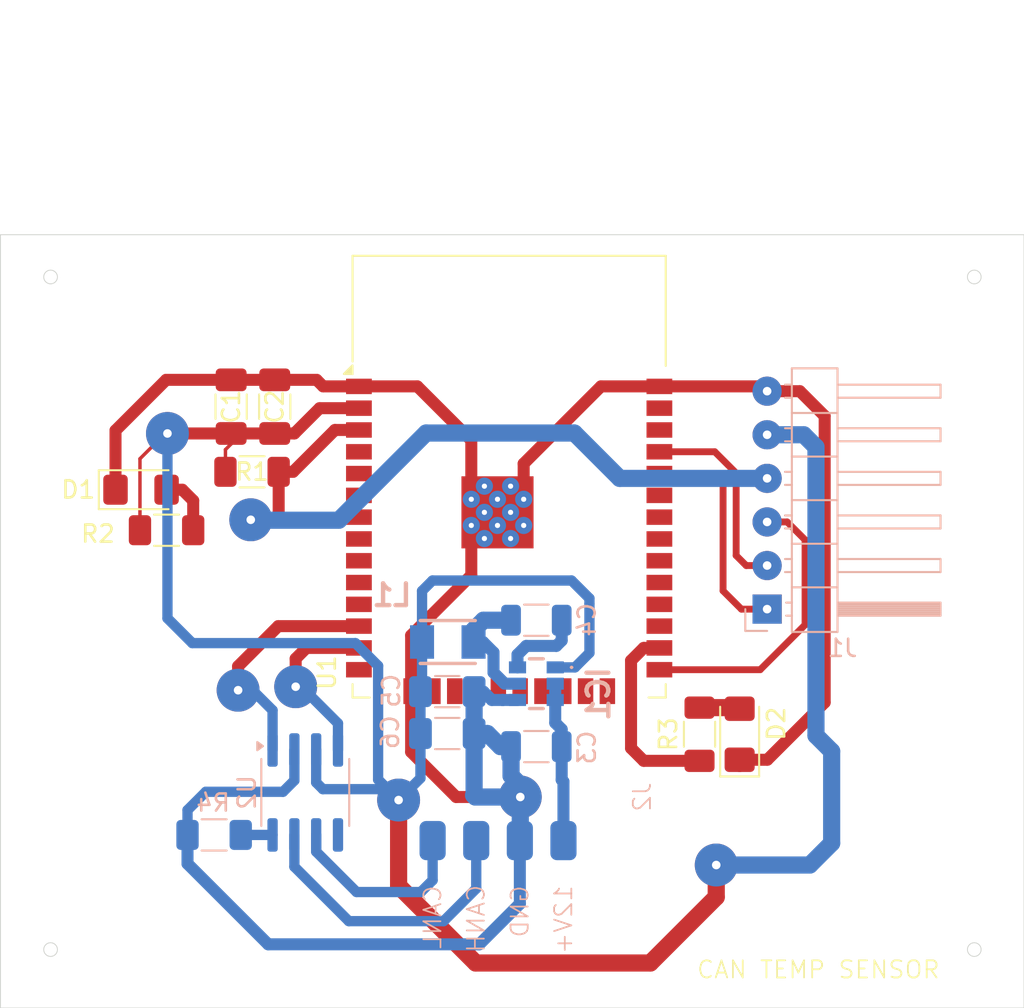
<source format=kicad_pcb>
(kicad_pcb (version 20241229) (generator "pcbnew") (generator_version "9.0")
  (layers (0 "F.Cu" signal) (2 "B.Cu" signal) (13 "F.Paste" user) (15 "B.Paste" user) (5 "F.SilkS" user "F.Silkscreen") (7 "B.SilkS" user "B.Silkscreen") (1 "F.Mask" user) (3 "B.Mask" user) (25 "Edge.Cuts" user))
  (net 0 "")
  (net 1 "+3.3V")
  (net 2 "GND")
  (net 3 "/RX")
  (net 4 "/EN")
  (net 5 "/TX")
  (net 6 "/IO0")
  (net 25 "Net-(D2-A)")
  (net 28 "/LED_BUILTIN")
  (net 35 "+12V")
  (net 36 "Net-(IC1-SW)")
  (net 37 "Net-(IC1-BST)")
  (net 38 "/CANH")
  (net 39 "/CANL")
  (net 40 "Net-(D1-A)")
  (net 42 "Net-(U2-Rs)")
  (net 43 "/CAN_TX")
  (net 44 "/CAN_RX")
  (footprint "RF_Module:ESP32-WROOM-32" (layer "F.Cu") (at 91.326 59.05)
    (property "Reference" "U1" (at -10.61 8.43 90) (layer "F.SilkS"))
    (property "Value" "ESP32-WROOM-32")
    (fp_line (start -9.12 -15.86) (end -9.12 -9.7) (stroke (width 0.12)) (layer "F.SilkS"))
    (fp_line (start -9.12 -15.86) (end 9.12 -15.86) (stroke (width 0.12)) (layer "F.SilkS"))
    (fp_line (start -9.12 9.1) (end -9.12 9.88) (stroke (width 0.12)) (layer "F.SilkS"))
    (fp_line (start -9.12 9.88) (end -8.12 9.88) (stroke (width 0.12)) (layer "F.SilkS"))
    (fp_line (start 9.12 -15.86) (end 9.12 -9.445) (stroke (width 0.12)) (layer "F.SilkS"))
    (fp_line (start 9.12 9.1) (end 9.12 9.88) (stroke (width 0.12)) (layer "F.SilkS"))
    (fp_line (start 9.12 9.88) (end 8.12 9.88) (stroke (width 0.12)) (layer "F.SilkS"))
    (fp_poly (pts (xy -9.125 -8.975) (xy -9.625 -8.975) (xy -9.125 -9.475) (xy -9.125 -8.975)) (stroke (width 0.12)) (fill yes) (layer "F.SilkS"))
    (pad "1" smd rect (at -8.75 -8.25) (size 1.5 0.9) (layers "F.Cu" "F.Mask" "F.Paste") (net 2 "GND"))
    (pad "2" smd rect (at -8.75 -6.98) (size 1.5 0.9) (layers "F.Cu" "F.Mask" "F.Paste") (net 1 "+3.3V"))
    (pad "3" smd rect (at -8.75 -5.71) (size 1.5 0.9) (layers "F.Cu" "F.Mask" "F.Paste") (net 4 "/EN"))
    (pad "4" smd rect (at -8.75 -4.44) (size 1.5 0.9) (layers "F.Cu" "F.Mask" "F.Paste"))
    (pad "5" smd rect (at -8.75 -3.17) (size 1.5 0.9) (layers "F.Cu" "F.Mask" "F.Paste"))
    (pad "6" smd rect (at -8.75 -1.9) (size 1.5 0.9) (layers "F.Cu" "F.Mask" "F.Paste"))
    (pad "7" smd rect (at -8.75 -0.63) (size 1.5 0.9) (layers "F.Cu" "F.Mask" "F.Paste"))
    (pad "8" smd rect (at -8.75 0.64) (size 1.5 0.9) (layers "F.Cu" "F.Mask" "F.Paste"))
    (pad "9" smd rect (at -8.75 1.91) (size 1.5 0.9) (layers "F.Cu" "F.Mask" "F.Paste"))
    (pad "10" smd rect (at -8.75 3.18) (size 1.5 0.9) (layers "F.Cu" "F.Mask" "F.Paste"))
    (pad "11" smd rect (at -8.75 4.45) (size 1.5 0.9) (layers "F.Cu" "F.Mask" "F.Paste"))
    (pad "12" smd rect (at -8.75 5.72) (size 1.5 0.9) (layers "F.Cu" "F.Mask" "F.Paste") (net 43 "/CAN_TX"))
    (pad "13" smd rect (at -8.75 6.99) (size 1.5 0.9) (layers "F.Cu" "F.Mask" "F.Paste") (net 44 "/CAN_RX"))
    (pad "14" smd rect (at -8.75 8.26) (size 1.5 0.9) (layers "F.Cu" "F.Mask" "F.Paste"))
    (pad "15" smd rect (at -5.71 9.51 90) (size 1.5 0.9) (layers "F.Cu" "F.Mask" "F.Paste") (net 2 "GND"))
    (pad "16" smd rect (at -4.44 9.51 90) (size 1.5 0.9) (layers "F.Cu" "F.Mask" "F.Paste"))
    (pad "17" smd rect (at -3.17 9.51 90) (size 1.5 0.9) (layers "F.Cu" "F.Mask" "F.Paste"))
    (pad "18" smd rect (at -1.9 9.51 90) (size 1.5 0.9) (layers "F.Cu" "F.Mask" "F.Paste"))
    (pad "19" smd rect (at -0.63 9.51 90) (size 1.5 0.9) (layers "F.Cu" "F.Mask" "F.Paste"))
    (pad "20" smd rect (at 0.64 9.51 90) (size 1.5 0.9) (layers "F.Cu" "F.Mask" "F.Paste"))
    (pad "21" smd rect (at 1.91 9.51 90) (size 1.5 0.9) (layers "F.Cu" "F.Mask" "F.Paste"))
    (pad "22" smd rect (at 3.18 9.51 90) (size 1.5 0.9) (layers "F.Cu" "F.Mask" "F.Paste"))
    (pad "23" smd rect (at 4.45 9.51 90) (size 1.5 0.9) (layers "F.Cu" "F.Mask" "F.Paste"))
    (pad "24" smd rect (at 5.72 9.51 90) (size 1.5 0.9) (layers "F.Cu" "F.Mask" "F.Paste"))
    (pad "25" smd rect (at 8.75 8.26) (size 1.5 0.9) (layers "F.Cu" "F.Mask" "F.Paste") (net 6 "/IO0"))
    (pad "26" smd rect (at 8.75 6.99) (size 1.5 0.9) (layers "F.Cu" "F.Mask" "F.Paste") (net 28 "/LED_BUILTIN"))
    (pad "27" smd rect (at 8.75 5.72) (size 1.5 0.9) (layers "F.Cu" "F.Mask" "F.Paste"))
    (pad "28" smd rect (at 8.75 4.45) (size 1.5 0.9) (layers "F.Cu" "F.Mask" "F.Paste"))
    (pad "29" smd rect (at 8.75 3.18) (size 1.5 0.9) (layers "F.Cu" "F.Mask" "F.Paste"))
    (pad "30" smd rect (at 8.75 1.91) (size 1.5 0.9) (layers "F.Cu" "F.Mask" "F.Paste"))
    (pad "31" smd rect (at 8.75 0.64) (size 1.5 0.9) (layers "F.Cu" "F.Mask" "F.Paste"))
    (pad "32" smd rect (at 8.75 -0.63) (size 1.5 0.9) (layers "F.Cu" "F.Mask" "F.Paste"))
    (pad "33" smd rect (at 8.75 -1.9) (size 1.5 0.9) (layers "F.Cu" "F.Mask" "F.Paste"))
    (pad "34" smd rect (at 8.75 -3.17) (size 1.5 0.9) (layers "F.Cu" "F.Mask" "F.Paste") (net 3 "/RX"))
    (pad "35" smd rect (at 8.75 -4.44) (size 1.5 0.9) (layers "F.Cu" "F.Mask" "F.Paste") (net 5 "/TX"))
    (pad "36" smd rect (at 8.75 -5.71) (size 1.5 0.9) (layers "F.Cu" "F.Mask" "F.Paste"))
    (pad "37" smd rect (at 8.75 -6.98) (size 1.5 0.9) (layers "F.Cu" "F.Mask" "F.Paste"))
    (pad "38" smd rect (at 8.75 -8.25) (size 1.5 0.9) (layers "F.Cu" "F.Mask" "F.Paste") (net 2 "GND"))
    (pad "39" smd rect (at -2.205 -2.435) (size 1.05 1.05) (layers "F.Cu" "F.Paste") (net 2 "GND"))
    (pad "39" thru_hole circle (at -2.205 -1.6725) (size 1 1) (drill 0.3) (property pad_prop_heatsink) (layers "*.Cu" "F.Mask") (net 2 "GND"))
    (pad "39" smd rect (at -2.205 -0.91) (size 1.05 1.05) (layers "F.Cu" "F.Paste") (net 2 "GND"))
    (pad "39" thru_hole circle (at -2.205 -0.1475) (size 1 1) (drill 0.3) (property pad_prop_heatsink) (layers "*.Cu" "F.Mask") (net 2 "GND"))
    (pad "39" smd rect (at -2.205 0.615) (size 1.05 1.05) (layers "F.Cu" "F.Paste") (net 2 "GND"))
    (pad "39" thru_hole circle (at -1.4425 -2.435) (size 1 1) (drill 0.3) (property pad_prop_heatsink) (layers "*.Cu" "F.Mask") (net 2 "GND"))
    (pad "39" thru_hole circle (at -1.4425 -0.91) (size 1 1) (drill 0.3) (property pad_prop_heatsink) (layers "*.Cu" "F.Mask") (net 2 "GND"))
    (pad "39" thru_hole circle (at -1.4425 0.615) (size 1 1) (drill 0.3) (property pad_prop_heatsink) (layers "*.Cu" "F.Mask") (net 2 "GND"))
    (pad "39" smd rect (at -0.68 -2.435) (size 1.05 1.05) (layers "F.Cu" "F.Paste") (net 2 "GND"))
    (pad "39" thru_hole circle (at -0.68 -1.6725) (size 1 1) (drill 0.3) (property pad_prop_heatsink) (layers "*.Cu" "F.Mask") (net 2 "GND"))
    (pad "39" smd rect (at -0.68 -0.91) (size 1.05 1.05) (layers "F.Cu" "F.Paste") (net 2 "GND"))
    (pad "39" smd rect (at -0.68 -0.91) (size 4.2 4.2) (property pad_prop_heatsink) (layers "F.Cu" "F.Mask") (net 2 "GND"))
    (pad "39" thru_hole circle (at -0.68 -0.1475) (size 1 1) (drill 0.3) (property pad_prop_heatsink) (layers "*.Cu" "F.Mask") (net 2 "GND"))
    (pad "39" smd rect (at -0.68 0.615) (size 1.05 1.05) (layers "F.Cu" "F.Paste") (net 2 "GND"))
    (pad "39" thru_hole circle (at 0.0825 -2.435) (size 1 1) (drill 0.3) (property pad_prop_heatsink) (layers "*.Cu" "F.Mask") (net 2 "GND"))
    (pad "39" thru_hole circle (at 0.0825 -0.91) (size 1 1) (drill 0.3) (property pad_prop_heatsink) (layers "*.Cu" "F.Mask") (net 2 "GND"))
    (pad "39" thru_hole circle (at 0.0825 0.615) (size 1 1) (drill 0.3) (property pad_prop_heatsink) (layers "*.Cu" "F.Mask") (net 2 "GND"))
    (pad "39" smd rect (at 0.845 -2.435) (size 1.05 1.05) (layers "F.Cu" "F.Paste") (net 2 "GND"))
    (pad "39" thru_hole circle (at 0.845 -1.6725) (size 1 1) (drill 0.3) (property pad_prop_heatsink) (layers "*.Cu" "F.Mask") (net 2 "GND"))
    (pad "39" smd rect (at 0.845 -0.91) (size 1.05 1.05) (layers "F.Cu" "F.Paste") (net 2 "GND"))
    (pad "39" thru_hole circle (at 0.845 -0.1475) (size 1 1) (drill 0.3) (property pad_prop_heatsink) (layers "*.Cu" "F.Mask") (net 2 "GND"))
    (pad "39" smd rect (at 0.845 0.615) (size 1.05 1.05) (layers "F.Cu" "F.Paste") (net 2 "GND"))
  )
  (footprint "Resistor_SMD:R_1206_3216Metric_Pad1.30x1.75mm_HandSolder" (layer "F.Cu") (at 102.4128 71.0692 90)
    (property "Reference" "R3" (at 0 -1.82 90) (layer "F.SilkS"))
    (property "Value" "340")
    (fp_line (start -0.727064 -0.91) (end 0.727064 -0.91) (stroke (width 0.12)) (layer "F.SilkS"))
    (fp_line (start -0.727064 0.91) (end 0.727064 0.91) (stroke (width 0.12)) (layer "F.SilkS"))
    (pad "1" smd roundrect (at -1.55 0 90) (size 1.3 1.75) (layers "F.Cu" "F.Mask" "F.Paste") (roundrect_rratio 0.192308) (net 28 "/LED_BUILTIN"))
    (pad "2" smd roundrect (at 1.55 0 90) (size 1.3 1.75) (layers "F.Cu" "F.Mask" "F.Paste") (roundrect_rratio 0.192308) (net 25 "Net-(D2-A)"))
  )
  (footprint "Resistor_SMD:R_1206_3216Metric_Pad1.30x1.75mm_HandSolder" (layer "F.Cu") (at 76.3518 55.7776)
    (property "Reference" "R1" (at 0 0 0) (layer "F.SilkS"))
    (property "Value" "10k" (hide yes))
    (fp_line (start -0.727064 -0.91) (end 0.727064 -0.91) (stroke (width 0.12)) (layer "F.SilkS"))
    (fp_line (start -0.727064 0.91) (end 0.727064 0.91) (stroke (width 0.12)) (layer "F.SilkS"))
    (pad "1" smd roundrect (at -1.55 0) (size 1.3 1.75) (layers "F.Cu" "F.Mask" "F.Paste") (roundrect_rratio 0.192308) (net 1 "+3.3V"))
    (pad "2" smd roundrect (at 1.55 0) (size 1.3 1.75) (layers "F.Cu" "F.Mask" "F.Paste") (roundrect_rratio 0.192308) (net 4 "/EN"))
  )
  (footprint "Capacitor_SMD:C_1206_3216Metric_Pad1.33x1.80mm_HandSolder" (layer "F.Cu") (at 75.1332 51.9807 90)
    (property "Reference" "C1" (at 0 0 90) (layer "F.SilkS"))
    (property "Value" "22uF" (hide yes))
    (fp_line (start -0.711252 -0.91) (end 0.711252 -0.91) (stroke (width 0.12)) (layer "F.SilkS"))
    (fp_line (start -0.711252 0.91) (end 0.711252 0.91) (stroke (width 0.12)) (layer "F.SilkS"))
    (pad "1" smd roundrect (at -1.5625 0 90) (size 1.325 1.8) (layers "F.Cu" "F.Mask" "F.Paste") (roundrect_rratio 0.188679) (net 1 "+3.3V"))
    (pad "2" smd roundrect (at 1.5625 0 90) (size 1.325 1.8) (layers "F.Cu" "F.Mask" "F.Paste") (roundrect_rratio 0.188679) (net 2 "GND"))
  )
  (footprint "Resistor_SMD:R_1206_3216Metric_Pad1.30x1.75mm_HandSolder" (layer "F.Cu") (at 71.3734 59.182)
    (property "Reference" "R2" (at -3.9968 0.2084 0) (layer "F.SilkS"))
    (property "Value" "340" (hide yes))
    (fp_line (start -0.727064 -0.91) (end 0.727064 -0.91) (stroke (width 0.12)) (layer "F.SilkS"))
    (fp_line (start -0.727064 0.91) (end 0.727064 0.91) (stroke (width 0.12)) (layer "F.SilkS"))
    (pad "1" smd roundrect (at -1.55 0) (size 1.3 1.75) (layers "F.Cu" "F.Mask" "F.Paste") (roundrect_rratio 0.192308) (net 1 "+3.3V"))
    (pad "2" smd roundrect (at 1.55 0) (size 1.3 1.75) (layers "F.Cu" "F.Mask" "F.Paste") (roundrect_rratio 0.192308) (net 40 "Net-(D1-A)"))
  )
  (footprint "Capacitor_SMD:C_1206_3216Metric_Pad1.33x1.80mm_HandSolder" (layer "F.Cu") (at 77.6732 51.9807 90)
    (property "Reference" "C2" (at 0 0 90) (layer "F.SilkS"))
    (property "Value" "0.1uF" (hide yes))
    (fp_line (start -0.711252 -0.91) (end 0.711252 -0.91) (stroke (width 0.12)) (layer "F.SilkS"))
    (fp_line (start -0.711252 0.91) (end 0.711252 0.91) (stroke (width 0.12)) (layer "F.SilkS"))
    (pad "1" smd roundrect (at -1.5625 0 90) (size 1.325 1.8) (layers "F.Cu" "F.Mask" "F.Paste") (roundrect_rratio 0.188679) (net 1 "+3.3V"))
    (pad "2" smd roundrect (at 1.5625 0 90) (size 1.325 1.8) (layers "F.Cu" "F.Mask" "F.Paste") (roundrect_rratio 0.188679) (net 2 "GND"))
  )
  (footprint "LED_SMD:LED_1206_3216Metric_Pad1.42x1.75mm_HandSolder" (layer "F.Cu") (at 104.7496 71.0692 90)
    (property "Reference" "D2" (at 0.6096 2.1336 90) (layer "F.SilkS"))
    (property "Value" "LED")
    (fp_line (start 1.6 -1.135) (end -2.46 -1.135) (stroke (width 0.12)) (layer "F.SilkS"))
    (fp_line (start -2.46 -1.135) (end -2.46 1.135) (stroke (width 0.12)) (layer "F.SilkS"))
    (fp_line (start -2.46 1.135) (end 1.6 1.135) (stroke (width 0.12)) (layer "F.SilkS"))
    (pad "1" smd roundrect (at -1.4875 0 90) (size 1.425 1.75) (layers "F.Cu" "F.Mask" "F.Paste") (roundrect_rratio 0.175439) (net 2 "GND"))
    (pad "2" smd roundrect (at 1.4875 0 90) (size 1.425 1.75) (layers "F.Cu" "F.Mask" "F.Paste") (roundrect_rratio 0.175439) (net 25 "Net-(D2-A)"))
  )
  (footprint "LED_SMD:LED_1206_3216Metric_Pad1.42x1.75mm_HandSolder" (layer "F.Cu") (at 69.8865 56.8198)
    (property "Reference" "D1" (at -3.6599 0 0) (layer "F.SilkS"))
    (property "Value" "LED")
    (fp_line (start -2.46 -1.135) (end -2.46 1.135) (stroke (width 0.12)) (layer "F.SilkS"))
    (fp_line (start -2.46 1.135) (end 1.6 1.135) (stroke (width 0.12)) (layer "F.SilkS"))
    (fp_line (start 1.6 -1.135) (end -2.46 -1.135) (stroke (width 0.12)) (layer "F.SilkS"))
    (pad "1" smd roundrect (at -1.4875 0) (size 1.425 1.75) (layers "F.Cu" "F.Mask" "F.Paste") (roundrect_rratio 0.175439) (net 2 "GND"))
    (pad "2" smd roundrect (at 1.4875 0) (size 1.425 1.75) (layers "F.Cu" "F.Mask" "F.Paste") (roundrect_rratio 0.175439) (net 40 "Net-(D1-A)"))
  )
  (footprint "Capacitor_SMD:C_1206_3216Metric_Pad1.33x1.80mm_HandSolder" (layer "B.Cu") (at 87.721775 71.028975)
    (property "Reference" "C6" (at -3.3274 -0.0762 90) (layer "B.SilkS") (effects (justify mirror)))
    (property "Value" "22uF")
    (fp_line (start -0.711252 -0.91) (end 0.711252 -0.91) (stroke (width 0.12)) (layer "B.SilkS"))
    (fp_line (start -0.711252 0.91) (end 0.711252 0.91) (stroke (width 0.12)) (layer "B.SilkS"))
    (pad "1" smd roundrect (at -1.5625 0) (size 1.325 1.8) (layers "B.Cu" "B.Mask" "B.Paste") (roundrect_rratio 0.188679) (net 1 "+3.3V"))
    (pad "2" smd roundrect (at 1.5625 0) (size 1.325 1.8) (layers "B.Cu" "B.Mask" "B.Paste") (roundrect_rratio 0.188679) (net 2 "GND"))
  )
  (footprint "Package_SO:SOIC-8_3.9x4.9mm_P1.27mm" (layer "B.Cu") (at 79.4512 74.4616 -90)
    (property "Reference" "U2" (at 0 3.4 90) (layer "B.SilkS") (effects (justify mirror)))
    (property "Value" "SN65HVD230")
    (fp_line (start 0 2.56) (end -1.95 2.56) (stroke (width 0.12)) (layer "B.SilkS"))
    (fp_line (start 0 2.56) (end 1.95 2.56) (stroke (width 0.12)) (layer "B.SilkS"))
    (fp_line (start 0 -2.56) (end -1.95 -2.56) (stroke (width 0.12)) (layer "B.SilkS"))
    (fp_line (start 0 -2.56) (end 1.95 -2.56) (stroke (width 0.12)) (layer "B.SilkS"))
    (fp_poly (pts (xy -2.7 2.465) (xy -2.94 2.795) (xy -2.46 2.795) (xy -2.7 2.465)) (stroke (width 0.12)) (fill yes) (layer "B.SilkS"))
    (pad "1" smd roundrect (at -2.475 1.905 270) (size 1.95 0.6) (layers "B.Cu" "B.Mask" "B.Paste") (net 43 "/CAN_TX"))
    (pad "2" smd roundrect (at -2.475 0.635 270) (size 1.95 0.6) (layers "B.Cu" "B.Mask" "B.Paste") (net 2 "GND"))
    (pad "3" smd roundrect (at -2.475 -0.635 270) (size 1.95 0.6) (layers "B.Cu" "B.Mask" "B.Paste") (net 1 "+3.3V"))
    (pad "4" smd roundrect (at -2.475 -1.905 270) (size 1.95 0.6) (layers "B.Cu" "B.Mask" "B.Paste") (net 44 "/CAN_RX"))
    (pad "5" smd roundrect (at 2.475 -1.905 270) (size 1.95 0.6) (layers "B.Cu" "B.Mask" "B.Paste"))
    (pad "6" smd roundrect (at 2.475 -0.635 270) (size 1.95 0.6) (layers "B.Cu" "B.Mask" "B.Paste") (net 39 "/CANL"))
    (pad "7" smd roundrect (at 2.475 0.635 270) (size 1.95 0.6) (layers "B.Cu" "B.Mask" "B.Paste") (net 38 "/CANH"))
    (pad "8" smd roundrect (at 2.475 1.905 270) (size 1.95 0.6) (layers "B.Cu" "B.Mask" "B.Paste") (net 42 "Net-(U2-Rs)"))
  )
  (footprint "Capacitor_SMD:C_1206_3216Metric_Pad1.33x1.80mm_HandSolder" (layer "B.Cu") (at 87.721775 68.586975)
    (property "Reference" "C5" (at -3.2643 -0.0508 90) (layer "B.SilkS") (effects (justify mirror)))
    (property "Value" "22uF")
    (fp_line (start -0.711252 -0.91) (end 0.711252 -0.91) (stroke (width 0.12)) (layer "B.SilkS"))
    (fp_line (start -0.711252 0.91) (end 0.711252 0.91) (stroke (width 0.12)) (layer "B.SilkS"))
    (pad "1" smd roundrect (at -1.5625 0) (size 1.325 1.8) (layers "B.Cu" "B.Mask" "B.Paste") (roundrect_rratio 0.188679) (net 1 "+3.3V"))
    (pad "2" smd roundrect (at 1.5625 0) (size 1.325 1.8) (layers "B.Cu" "B.Mask" "B.Paste") (roundrect_rratio 0.188679) (net 2 "GND"))
  )
  (footprint "Capacitor_SMD:C_1206_3216Metric" (layer "B.Cu") (at 92.910175 64.424975 180)
    (property "Reference" "C4" (at -2.9396 0.0254 90) (layer "B.SilkS") (effects (justify mirror)))
    (property "Value" "100nF")
    (fp_line (start -0.711252 0.91) (end 0.711252 0.91) (stroke (width 0.12)) (layer "B.SilkS"))
    (fp_line (start -0.711252 -0.91) (end 0.711252 -0.91) (stroke (width 0.12)) (layer "B.SilkS"))
    (pad "1" smd roundrect (at -1.475 0 180) (size 1.15 1.8) (layers "B.Cu" "B.Mask" "B.Paste") (roundrect_rratio 0.217391) (net 37 "Net-(IC1-BST)"))
    (pad "2" smd roundrect (at 1.475 0 180) (size 1.15 1.8) (layers "B.Cu" "B.Mask" "B.Paste") (roundrect_rratio 0.217391) (net 36 "Net-(IC1-SW)"))
  )
  (footprint "Capacitor_SMD:C_1206_3216Metric" (layer "B.Cu") (at 92.910175 71.790975 180)
    (property "Reference" "C3" (at -2.9446 -0.0508 90) (layer "B.SilkS") (effects (justify mirror)))
    (property "Value" "10uF")
    (fp_line (start -0.711252 0.91) (end 0.711252 0.91) (stroke (width 0.12)) (layer "B.SilkS"))
    (fp_line (start -0.711252 -0.91) (end 0.711252 -0.91) (stroke (width 0.12)) (layer "B.SilkS"))
    (pad "1" smd roundrect (at -1.475 0 180) (size 1.15 1.8) (layers "B.Cu" "B.Mask" "B.Paste") (roundrect_rratio 0.217391) (net 35 "+12V"))
    (pad "2" smd roundrect (at 1.475 0 180) (size 1.15 1.8) (layers "B.Cu" "B.Mask" "B.Paste") (roundrect_rratio 0.217391) (net 2 "GND"))
  )
  (footprint "CustomLibraries:INDM3225X240N" (layer "B.Cu") (at 87.751775 65.694975 180)
    (property "Reference" "L1" (at 3.255175 2.724575 0) (layer "B.SilkS") (effects (font (size 1.27 1.27) (thickness 0.254)) (justify mirror)))
    (property "Value" "NLV32T-3R9J-EF (3.9uH)" (hide yes))
    (fp_line (start 1.6 1.25) (end -1.6 1.25) (stroke (width 0.2)) (layer "B.SilkS"))
    (fp_line (start -1.6 -1.25) (end 1.6 -1.25) (stroke (width 0.2)) (layer "B.SilkS"))
    (pad "1" smd rect (at -1.5 0 180) (size 1.4 1.95) (layers "B.Cu" "B.Mask" "B.Paste") (net 36 "Net-(IC1-SW)"))
    (pad "2" smd rect (at 1.5 0 180) (size 1.4 1.95) (layers "B.Cu" "B.Mask" "B.Paste") (net 1 "+3.3V"))
  )
  (footprint "Resistor_SMD:R_1206_3216Metric_Pad1.30x1.75mm_HandSolder" (layer "B.Cu") (at 74.1426 76.9366)
    (property "Reference" "R4" (at -0.0596 -1.8744 0) (layer "B.SilkS") (effects (justify mirror)))
    (property "Value" "10k")
    (fp_line (start -0.727064 -0.91) (end 0.727064 -0.91) (stroke (width 0.12)) (layer "B.SilkS"))
    (fp_line (start -0.727064 0.91) (end 0.727064 0.91) (stroke (width 0.12)) (layer "B.SilkS"))
    (pad "1" smd roundrect (at -1.55 0) (size 1.3 1.75) (layers "B.Cu" "B.Mask" "B.Paste") (roundrect_rratio 0.192308) (net 2 "GND"))
    (pad "2" smd roundrect (at 1.55 0) (size 1.3 1.75) (layers "B.Cu" "B.Mask" "B.Paste") (roundrect_rratio 0.192308) (net 42 "Net-(U2-Rs)"))
  )
  (footprint "CustomLibraries:AP63203WU7" (layer "B.Cu") (at 92.910175 68.123175 -90)
    (property "Reference" "IC1" (at 0.6 -3.616425 90) (layer "B.SilkS") (effects (font (size 1.27 1.27) (thickness 0.254)) (justify mirror)))
    (property "Value" "AP63203WU-7" (hide yes))
    (fp_line (start -1.45 0.4) (end -1.45 -0.4) (stroke (width 0.2)) (layer "B.SilkS"))
    (fp_line (start 1.45 0.4) (end 1.45 -0.4) (stroke (width 0.2)) (layer "B.SilkS"))
    (fp_line (start -0.95 -2) (end -0.95 -2) (stroke (width 0.1)) (layer "B.SilkS"))
    (fp_line (start -0.95 -2.1) (end -0.95 -2.1) (stroke (width 0.1)) (layer "B.SilkS"))
    (fp_arc (start -0.95 -2) (mid -1 -2.05) (end -0.95 -2.1) (stroke (width 0.1)) (layer "B.SilkS"))
    (fp_arc (start -0.95 -2.1) (mid -0.9 -2.05) (end -0.95 -2) (stroke (width 0.1)) (layer "B.SilkS"))
    (pad "1" smd rect (at -0.95 -1.099 270) (size 0.7 1) (layers "B.Cu" "B.Mask" "B.Paste") (net 1 "+3.3V"))
    (pad "2" smd rect (at 0 -1.099 270) (size 0.7 1) (layers "B.Cu" "B.Mask" "B.Paste") (net 35 "+12V"))
    (pad "3" smd rect (at 0.95 -1.099 270) (size 0.7 1) (layers "B.Cu" "B.Mask" "B.Paste") (net 35 "+12V"))
    (pad "4" smd rect (at 0.95 1.099 270) (size 0.7 1) (layers "B.Cu" "B.Mask" "B.Paste") (net 2 "GND"))
    (pad "5" smd rect (at 0 1.099 270) (size 0.7 1) (layers "B.Cu" "B.Mask" "B.Paste") (net 36 "Net-(IC1-SW)"))
    (pad "6" smd rect (at -0.95 1.099 270) (size 0.7 1) (layers "B.Cu" "B.Mask" "B.Paste") (net 37 "Net-(IC1-BST)"))
  )
  (footprint "CustomLibraries:CAN_PLUS_POWER" (layer "B.Cu") (at 99.568 74.7268 -90)
    (property "Reference" "J2" (at 0 0.5 90) (layer "B.SilkS") (effects (font (thickness 0.1)) (justify mirror)))
    (property "Value" "Conn_01x04")
    (fp_text user "CANH" (at 5.0436 10.1714 90) (layer "B.SilkS") (effects (font (thickness 0.1)) (justify left mirror)))
    (fp_text user "GND" (at 5.08 7.62 90) (layer "B.SilkS") (effects (font (thickness 0.1)) (justify left mirror)))
    (fp_text user "12V+" (at 5.08 5.08 90) (layer "B.SilkS") (effects (font (thickness 0.1)) (justify left mirror)))
    (fp_text user "CANL" (at 5.08 12.7 90) (layer "B.SilkS") (effects (font (thickness 0.1)) (justify left mirror)))
    (pad "1" smd roundrect (at 2.54 5.08 270) (size 2.286 1.524) (layers "B.Cu" "B.Mask" "B.Paste") (net 35 "+12V"))
    (pad "2" smd roundrect (at 2.54 7.62 270) (size 2.286 1.524) (layers "B.Cu" "B.Mask" "B.Paste") (net 2 "GND"))
    (pad "3" smd roundrect (at 2.54 10.16 270) (size 2.286 1.524) (layers "B.Cu" "B.Mask" "B.Paste") (net 38 "/CANH"))
    (pad "4" smd roundrect (at 2.54 12.7 270) (size 2.286 1.524) (layers "B.Cu" "B.Mask" "B.Paste") (net 39 "/CANL"))
  )
  (footprint "Connector_PinHeader_2.54mm:PinHeader_1x06_P2.54mm_Horizontal" (layer "B.Cu") (at 106.3498 63.7794)
    (property "Reference" "J1" (at 4.385 2.27 180) (layer "B.SilkS") (effects (justify mirror)))
    (property "Value" "Conn_01x06")
    (fp_line (start -1.27 0) (end -1.27 1.27) (stroke (width 0.12)) (layer "B.SilkS"))
    (fp_line (start -1.27 1.27) (end 0 1.27) (stroke (width 0.12)) (layer "B.SilkS"))
    (fp_line (start 1.042929 -13.08) (end 1.44 -13.08) (stroke (width 0.12)) (layer "B.SilkS"))
    (fp_line (start 1.042929 -12.32) (end 1.44 -12.32) (stroke (width 0.12)) (layer "B.SilkS"))
    (fp_line (start 1.042929 -10.54) (end 1.44 -10.54) (stroke (width 0.12)) (layer "B.SilkS"))
    (fp_line (start 1.042929 -9.78) (end 1.44 -9.78) (stroke (width 0.12)) (layer "B.SilkS"))
    (fp_line (start 1.042929 -8) (end 1.44 -8) (stroke (width 0.12)) (layer "B.SilkS"))
    (fp_line (start 1.042929 -7.24) (end 1.44 -7.24) (stroke (width 0.12)) (layer "B.SilkS"))
    (fp_line (start 1.042929 -5.46) (end 1.44 -5.46) (stroke (width 0.12)) (layer "B.SilkS"))
    (fp_line (start 1.042929 -4.7) (end 1.44 -4.7) (stroke (width 0.12)) (layer "B.SilkS"))
    (fp_line (start 1.042929 -2.92) (end 1.44 -2.92) (stroke (width 0.12)) (layer "B.SilkS"))
    (fp_line (start 1.042929 -2.16) (end 1.44 -2.16) (stroke (width 0.12)) (layer "B.SilkS"))
    (fp_line (start 1.11 -0.38) (end 1.44 -0.38) (stroke (width 0.12)) (layer "B.SilkS"))
    (fp_line (start 1.11 0.38) (end 1.44 0.38) (stroke (width 0.12)) (layer "B.SilkS"))
    (fp_line (start 1.44 -14.03) (end 4.1 -14.03) (stroke (width 0.12)) (layer "B.SilkS"))
    (fp_line (start 1.44 -11.43) (end 4.1 -11.43) (stroke (width 0.12)) (layer "B.SilkS"))
    (fp_line (start 1.44 -8.89) (end 4.1 -8.89) (stroke (width 0.12)) (layer "B.SilkS"))
    (fp_line (start 1.44 -6.35) (end 4.1 -6.35) (stroke (width 0.12)) (layer "B.SilkS"))
    (fp_line (start 1.44 -3.81) (end 4.1 -3.81) (stroke (width 0.12)) (layer "B.SilkS"))
    (fp_line (start 1.44 -1.27) (end 4.1 -1.27) (stroke (width 0.12)) (layer "B.SilkS"))
    (fp_line (start 1.44 1.33) (end 1.44 -14.03) (stroke (width 0.12)) (layer "B.SilkS"))
    (fp_line (start 4.1 -14.03) (end 4.1 1.33) (stroke (width 0.12)) (layer "B.SilkS"))
    (fp_line (start 4.1 -12.32) (end 10.1 -12.32) (stroke (width 0.12)) (layer "B.SilkS"))
    (fp_line (start 4.1 -9.78) (end 10.1 -9.78) (stroke (width 0.12)) (layer "B.SilkS"))
    (fp_line (start 4.1 -7.24) (end 10.1 -7.24) (stroke (width 0.12)) (layer "B.SilkS"))
    (fp_line (start 4.1 -4.7) (end 10.1 -4.7) (stroke (width 0.12)) (layer "B.SilkS"))
    (fp_line (start 4.1 -2.16) (end 10.1 -2.16) (stroke (width 0.12)) (layer "B.SilkS"))
    (fp_line (start 4.1 -0.28) (end 10.1 -0.28) (stroke (width 0.12)) (layer "B.SilkS"))
    (fp_line (start 4.1 -0.16) (end 10.1 -0.16) (stroke (width 0.12)) (layer "B.SilkS"))
    (fp_line (start 4.1 -0.04) (end 10.1 -0.04) (stroke (width 0.12)) (layer "B.SilkS"))
    (fp_line (start 4.1 0.08) (end 10.1 0.08) (stroke (width 0.12)) (layer "B.SilkS"))
    (fp_line (start 4.1 0.2) (end 10.1 0.2) (stroke (width 0.12)) (layer "B.SilkS"))
    (fp_line (start 4.1 0.32) (end 10.1 0.32) (stroke (width 0.12)) (layer "B.SilkS"))
    (fp_line (start 4.1 0.38) (end 10.1 0.38) (stroke (width 0.12)) (layer "B.SilkS"))
    (fp_line (start 4.1 1.33) (end 1.44 1.33) (stroke (width 0.12)) (layer "B.SilkS"))
    (fp_line (start 10.1 -13.08) (end 4.1 -13.08) (stroke (width 0.12)) (layer "B.SilkS"))
    (fp_line (start 10.1 -12.32) (end 10.1 -13.08) (stroke (width 0.12)) (layer "B.SilkS"))
    (fp_line (start 10.1 -10.54) (end 4.1 -10.54) (stroke (width 0.12)) (layer "B.SilkS"))
    (fp_line (start 10.1 -9.78) (end 10.1 -10.54) (stroke (width 0.12)) (layer "B.SilkS"))
    (fp_line (start 10.1 -8) (end 4.1 -8) (stroke (width 0.12)) (layer "B.SilkS"))
    (fp_line (start 10.1 -7.24) (end 10.1 -8) (stroke (width 0.12)) (layer "B.SilkS"))
    (fp_line (start 10.1 -5.46) (end 4.1 -5.46) (stroke (width 0.12)) (layer "B.SilkS"))
    (fp_line (start 10.1 -4.7) (end 10.1 -5.46) (stroke (width 0.12)) (layer "B.SilkS"))
    (fp_line (start 10.1 -2.92) (end 4.1 -2.92) (stroke (width 0.12)) (layer "B.SilkS"))
    (fp_line (start 10.1 -2.16) (end 10.1 -2.92) (stroke (width 0.12)) (layer "B.SilkS"))
    (fp_line (start 10.1 -0.38) (end 4.1 -0.38) (stroke (width 0.12)) (layer "B.SilkS"))
    (fp_line (start 10.1 0.38) (end 10.1 -0.38) (stroke (width 0.12)) (layer "B.SilkS"))
    (pad "1" thru_hole rect (at 0 0) (size 1.7 1.7) (drill 0.5) (layers "*.Cu" "*.Mask") (net 3 "/RX"))
    (pad "2" thru_hole oval (at 0 -2.54) (size 1.7 1.7) (drill 0.5) (layers "*.Cu" "*.Mask") (net 5 "/TX"))
    (pad "3" thru_hole oval (at 0 -5.08) (size 1.7 1.7) (drill 0.5) (layers "*.Cu" "*.Mask") (net 6 "/IO0"))
    (pad "4" thru_hole oval (at 0 -7.62) (size 1.7 1.7) (drill 0.5) (layers "*.Cu" "*.Mask") (net 4 "/EN"))
    (pad "5" thru_hole oval (at 0 -10.16) (size 1.7 1.7) (drill 0.5) (layers "*.Cu" "*.Mask") (net 1 "+3.3V"))
    (pad "6" thru_hole oval (at 0 -12.7) (size 1.7 1.7) (drill 0.5) (layers "*.Cu" "*.Mask") (net 2 "GND"))
  )
  (gr_circle (center 118.4148 44.4246) (end 118.8148 44.4246) (stroke (width 0.05)) (fill no) (layer "Edge.Cuts"))
  (gr_circle (center 64.6176 83.6168) (end 65.0176 83.6168) (stroke (width 0.05)) (fill no) (layer "Edge.Cuts"))
  (gr_circle (center 118.4148 83.6168) (end 118.8148 83.6168) (stroke (width 0.05)) (fill no) (layer "Edge.Cuts"))
  (gr_circle (center 64.6176 44.4246) (end 65.0176 44.4246) (stroke (width 0.05)) (fill no) (layer "Edge.Cuts"))
  (gr_rect (start 61.6966 41.9608) (end 121.3104 87.0204) (stroke (width 0.05)) (fill no) (layer "Edge.Cuts"))
  (gr_text "CAN TEMP SENSOR" (at 102.1966 85.3704 0) (layer "F.SilkS") (effects (font (size 1 1) (thickness 0.1)) (justify left bottom)))
  (segment (start 84.8868 79.9084) (end 84.8868 74.9046) (width 1) (layer "F.Cu") (net 1))
  (segment (start 69.8234 59.182) (end 69.8234 55.0176) (width 0.2) (layer "F.Cu") (net 1))
  (segment (start 75.1332 54.1528) (end 74.8018 54.4842) (width 0.2) (layer "F.Cu") (net 1))
  (segment (start 82.576 52.07) (end 80.2894 52.07) (width 0.7) (layer "F.Cu") (net 1))
  (segment (start 99.5466 84.4004) (end 89.3788 84.4004) (width 1) (layer "F.Cu") (net 1))
  (segment (start 71.4248 53.5432) (end 75.1332 53.5432) (width 0.7) (layer "F.Cu") (net 1))
  (segment (start 103.3866 80.5604) (end 99.5466 84.4004) (width 1) (layer "F.Cu") (net 1))
  (segment (start 75.1332 53.5432) (end 75.1332 54.1528) (width 0.2) (layer "F.Cu") (net 1))
  (segment (start 103.3866 78.6904) (end 103.3866 80.5604) (width 1) (layer "F.Cu") (net 1))
  (segment (start 89.3788 84.4004) (end 84.8868 79.9084) (width 1) (layer "F.Cu") (net 1))
  (segment (start 69.8234 55.0176) (end 71.2978 53.5432) (width 0.2) (layer "F.Cu") (net 1))
  (segment (start 80.2894 52.07) (end 78.8162 53.5432) (width 0.7) (layer "F.Cu") (net 1))
  (segment (start 78.8162 53.5432) (end 75.1332 53.5432) (width 0.7) (layer "F.Cu") (net 1))
  (segment (start 71.2978 53.5432) (end 71.4248 53.5432) (width 0.2) (layer "F.Cu") (net 1))
  (segment (start 74.8018 54.4842) (end 74.8018 55.7776) (width 0.2) (layer "F.Cu") (net 1))
  (via (at 103.3866 78.6904) (size 2.5) (drill 0.5) (layers "F.Cu" "B.Cu") (net 1))
  (via (at 84.8868 74.9046) (size 2.5) (drill 0.5) (layers "F.Cu" "B.Cu") (net 1))
  (via (at 71.4248 53.5432) (size 2.5) (drill 0.5) (layers "F.Cu" "B.Cu") (net 1))
  (segment (start 84.8868 74.9046) (end 83.693 73.7108) (width 0.6) (layer "B.Cu") (net 1))
  (segment (start 110.1081 77.4189) (end 110.1081 72.0589) (width 1) (layer "B.Cu") (net 1))
  (segment (start 71.4248 64.3128) (end 71.4248 53.5432) (width 0.6) (layer "B.Cu") (net 1))
  (segment (start 86.159275 73.632125) (end 86.159275 71.028975) (width 0.6) (layer "B.Cu") (net 1))
  (segment (start 84.8868 74.9046) (end 86.159275 73.632125) (width 0.6) (layer "B.Cu") (net 1))
  (segment (start 86.159275 68.586975) (end 86.159275 68.424325) (width 0.2) (layer "B.Cu") (net 1))
  (segment (start 96.002175 63.4746) (end 96.002175 63.154225) (width 0.6) (layer "B.Cu") (net 1))
  (segment (start 95.158225 67.173175) (end 96.002175 66.329225) (width 0.6) (layer "B.Cu") (net 1))
  (segment (start 80.4766 74.2704) (end 84.2526 74.2704) (width 0.6) (layer "B.Cu") (net 1))
  (segment (start 110.1081 72.0589) (end 109.1946 71.1454) (width 1) (layer "B.Cu") (net 1))
  (segment (start 103.3866 78.6904) (end 108.8366 78.6904) (width 1) (layer "B.Cu") (net 1))
  (segment (start 94.009175 67.173175) (end 95.158225 67.173175) (width 0.6) (layer "B.Cu") (net 1))
  (segment (start 83.693 67.0814) (end 82.3722 65.7606) (width 0.6) (layer "B.Cu") (net 1))
  (segment (start 94.960775 62.112825) (end 86.858175 62.112825) (width 0.6) (layer "B.Cu") (net 1))
  (segment (start 84.2526 74.2704) (end 84.8868 74.9046) (width 0.6) (layer "B.Cu") (net 1))
  (segment (start 82.3722 65.7606) (end 72.8726 65.7606) (width 0.6) (layer "B.Cu") (net 1))
  (segment (start 86.159275 68.424325) (end 86.251775 68.331825) (width 0.2) (layer "B.Cu") (net 1))
  (segment (start 109.1946 54.3306) (end 108.4834 53.6194) (width 1) (layer "B.Cu") (net 1))
  (segment (start 96.002175 63.154225) (end 94.960775 62.112825) (width 0.6) (layer "B.Cu") (net 1))
  (segment (start 80.0862 71.9866) (end 80.0862 73.88) (width 0.6) (layer "B.Cu") (net 1))
  (segment (start 109.1946 71.1454) (end 109.1946 54.3306) (width 1) (layer "B.Cu") (net 1))
  (segment (start 86.159275 71.028975) (end 86.159275 68.586975) (width 0.6) (layer "B.Cu") (net 1))
  (segment (start 80.0862 73.88) (end 80.4766 74.2704) (width 0.6) (layer "B.Cu") (net 1))
  (segment (start 108.4834 53.6194) (end 106.3498 53.6194) (width 1) (layer "B.Cu") (net 1))
  (segment (start 86.858175 62.112825) (end 86.251775 62.719225) (width 0.6) (layer "B.Cu") (net 1))
  (segment (start 96.002175 66.329225) (end 96.002175 63.4746) (width 0.6) (layer "B.Cu") (net 1))
  (segment (start 83.693 73.7108) (end 83.693 67.0814) (width 0.6) (layer "B.Cu") (net 1))
  (segment (start 72.8726 65.7606) (end 71.4248 64.3128) (width 0.6) (layer "B.Cu") (net 1))
  (segment (start 86.251775 62.719225) (end 86.251775 65.694975) (width 0.6) (layer "B.Cu") (net 1))
  (segment (start 86.251775 68.331825) (end 86.251775 65.694975) (width 0.6) (layer "B.Cu") (net 1))
  (segment (start 108.8366 78.6904) (end 110.1081 77.4189) (width 1) (layer "B.Cu") (net 1))
  (segment (start 68.399 56.8198) (end 68.399 53.3686) (width 0.7) (layer "F.Cu") (net 2))
  (segment (start 85.616 65.3108) (end 89.121 61.8058) (width 0.7) (layer "F.Cu") (net 2))
  (segment (start 91.93835 73.9902) (end 91.9734 74.02525) (width 0.2) (layer "F.Cu") (net 2))
  (segment (start 92.171 56.615) (end 92.171 55.3014) (width 0.7) (layer "F.Cu") (net 2))
  (segment (start 80.4926 50.8) (end 80.1108 50.4182) (width 0.7) (layer "F.Cu") (net 2))
  (segment (start 104.7496 72.5567) (end 104.7496 72.9234) (width 0.7) (layer "F.Cu") (net 2))
  (segment (start 80.1108 50.4182) (end 77.6732 50.4182) (width 0.7) (layer "F.Cu") (net 2))
  (segment (start 75.1332 50.4182) (end 77.6732 50.4182) (width 0.7) (layer "F.Cu") (net 2))
  (segment (start 104.8366 72.6437) (end 104.7496 72.5567) (width 0.2) (layer "F.Cu") (net 2))
  (segment (start 109.7026 69.215) (end 109.7026 52.5272) (width 0.7) (layer "F.Cu") (net 2))
  (segment (start 92.171 55.3014) (end 96.6724 50.8) (width 0.7) (layer "F.Cu") (net 2))
  (segment (start 106.0704 50.8) (end 106.3498 51.0794) (width 0.7) (layer "F.Cu") (net 2))
  (segment (start 85.616 68.56) (end 85.616 65.3108) (width 0.7) (layer "F.Cu") (net 2))
  (segment (start 85.616 68.56) (end 85.616 72.1032) (width 0.7) (layer "F.Cu") (net 2))
  (segment (start 96.6724 50.8) (end 100.076 50.8) (width 0.7) (layer "F.Cu") (net 2))
  (segment (start 104.7496 72.5567) (end 106.3609 72.5567) (width 0.7) (layer "F.Cu") (net 2))
  (segment (start 89.121 53.942) (end 89.121 56.615) (width 0.7) (layer "F.Cu") (net 2))
  (segment (start 91.9734 74.02525) (end 91.9734 74.7268) (width 0.2) (layer "F.Cu") (net 2))
  (segment (start 82.576 50.8) (end 85.979 50.8) (width 0.7) (layer "F.Cu") (net 2))
  (segment (start 89.121 61.8058) (end 89.121 59.665) (width 0.7) (layer "F.Cu") (net 2))
  (segment (start 88.2396 74.7268) (end 91.9734 74.7268) (width 0.7) (layer "F.Cu") (net 2))
  (segment (start 68.399 53.3686) (end 71.3494 50.4182) (width 0.7) (layer "F.Cu") (net 2))
  (segment (start 108.2548 51.0794) (end 106.3498 51.0794) (width 0.7) (layer "F.Cu") (net 2))
  (segment (start 85.979 50.8) (end 89.121 53.942) (width 0.7) (layer "F.Cu") (net 2))
  (segment (start 100.076 50.8) (end 106.0704 50.8) (width 0.7) (layer "F.Cu") (net 2))
  (segment (start 71.3494 50.4182) (end 75.1332 50.4182) (width 0.7) (layer "F.Cu") (net 2))
  (segment (start 82.576 50.8) (end 80.4926 50.8) (width 0.7) (layer "F.Cu") (net 2))
  (segment (start 109.7026 52.5272) (end 108.2548 51.0794) (width 0.7) (layer "F.Cu") (net 2))
  (segment (start 106.3609 72.5567) (end 109.7026 69.215) (width 0.7) (layer "F.Cu") (net 2))
  (segment (start 85.616 72.1032) (end 88.2396 74.7268) (width 0.7) (layer "F.Cu") (net 2))
  (via (at 91.9734 74.7268) (size 2.5) (drill 0.5) (layers "F.Cu" "B.Cu") (net 2))
  (segment (start 91.435175 71.790975) (end 90.821325 71.790975) (width 1) (layer "B.Cu") (net 2))
  (segment (start 73.66 74.422) (end 72.5926 75.4894) (width 0.6) (layer "B.Cu") (net 2))
  (segment (start 89.827125 68.586975) (end 89.284275 68.586975) (width 0.7) (layer "B.Cu") (net 2))
  (segment (start 90.948325 69.073175) (end 90.947575 69.072425) (width 0.7) (layer "B.Cu") (net 2))
  (segment (start 89.284275 71.028975) (end 89.284275 74.596525) (width 1) (layer "B.Cu") (net 2))
  (segment (start 89.284275 74.596525) (end 89.2556 74.6252) (width 1) (layer "B.Cu") (net 2))
  (segment (start 91.435175 73.487025) (end 91.435175 71.790975) (width 1) (layer "B.Cu") (net 2))
  (segment (start 91.9734 74.7268) (end 91.9734 76.7588) (width 1) (layer "B.Cu") (net 2))
  (segment (start 78.8162 71.9866) (end 78.8162 73.7616) (width 0.6) (layer "B.Cu") (net 2))
  (segment (start 90.059325 71.028975) (end 89.284275 71.028975) (width 1) (layer "B.Cu") (net 2))
  (segment (start 78.1558 74.422) (end 73.66 74.422) (width 0.6) (layer "B.Cu") (net 2))
  (segment (start 91.9734 74.7268) (end 91.9734 74.02525) (width 1) (layer "B.Cu") (net 2))
  (segment (start 91.948 80.9498) (end 91.948 77.2668) (width 0.7) (layer "B.Cu") (net 2))
  (segment (start 72.5926 75.4894) (end 72.5926 76.9366) (width 0.6) (layer "B.Cu") (net 2))
  (segment (start 78.8162 73.7616) (end 78.1558 74.422) (width 0.6) (layer "B.Cu") (net 2))
  (segment (start 91.9734 76.7588) (end 91.948 76.7842) (width 1) (layer "B.Cu") (net 2))
  (segment (start 91.9734 74.02525) (end 91.435175 73.487025) (width 1) (layer "B.Cu") (net 2))
  (segment (start 72.5926 78.6124) (end 77.2906 83.3104) (width 0.7) (layer "B.Cu") (net 2))
  (segment (start 91.811175 69.073175) (end 90.948325 69.073175) (width 0.7) (layer "B.Cu") (net 2))
  (segment (start 89.2556 74.6252) (end 89.3572 74.7268) (width 1) (layer "B.Cu") (net 2))
  (segment (start 90.821325 71.790975) (end 90.059325 71.028975) (width 1) (layer "B.Cu") (net 2))
  (segment (start 90.312575 69.072425) (end 89.827125 68.586975) (width 0.7) (layer "B.Cu") (net 2))
  (segment (start 89.3572 74.7268) (end 91.9734 74.7268) (width 1) (layer "B.Cu") (net 2))
  (segment (start 90.947575 69.072425) (end 90.312575 69.072425) (width 0.7) (layer "B.Cu") (net 2))
  (segment (start 72.5926 76.9366) (end 72.5926 78.6124) (width 0.7) (layer "B.Cu") (net 2))
  (segment (start 89.284275 71.028975) (end 89.284275 68.586975) (width 1) (layer "B.Cu") (net 2))
  (segment (start 89.5874 83.3104) (end 91.948 80.9498) (width 0.7) (layer "B.Cu") (net 2))
  (segment (start 77.2906 83.3104) (end 89.5874 83.3104) (width 0.7) (layer "B.Cu") (net 2))
  (segment (start 103.7844 62.7126) (end 104.8512 63.7794) (width 0.4) (layer "F.Cu") (net 3))
  (segment (start 103.7844 56.3372) (end 103.7844 62.7126) (width 0.4) (layer "F.Cu") (net 3))
  (segment (start 104.8512 63.7794) (end 106.3498 63.7794) (width 0.4) (layer "F.Cu") (net 3))
  (segment (start 100.076 55.88) (end 103.3272 55.88) (width 0.4) (layer "F.Cu") (net 3))
  (segment (start 103.3272 55.88) (end 103.7844 56.3372) (width 0.4) (layer "F.Cu") (net 3))
  (segment (start 76.2762 58.5724) (end 77.6732 58.5724) (width 0.7) (layer "F.Cu") (net 4))
  (segment (start 77.9018 58.3438) (end 77.9018 55.7776) (width 0.7) (layer "F.Cu") (net 4))
  (segment (start 77.6732 58.5724) (end 77.9018 58.3438) (width 0.7) (layer "F.Cu") (net 4))
  (segment (start 78.7408 55.7776) (end 81.1784 53.34) (width 0.7) (layer "F.Cu") (net 4))
  (segment (start 81.1784 53.34) (end 82.576 53.34) (width 0.7) (layer "F.Cu") (net 4))
  (segment (start 77.9018 55.7776) (end 78.7408 55.7776) (width 0.7) (layer "F.Cu") (net 4))
  (via (at 76.2762 58.5724) (size 2.5) (drill 0.5) (layers "F.Cu" "B.Cu") (net 4))
  (segment (start 86.487 53.5178) (end 95.123 53.5178) (width 1) (layer "B.Cu") (net 4))
  (segment (start 81.407 58.5978) (end 86.487 53.5178) (width 1) (layer "B.Cu") (net 4))
  (segment (start 97.7646 56.1594) (end 106.3498 56.1594) (width 1) (layer "B.Cu") (net 4))
  (segment (start 95.123 53.5178) (end 97.7646 56.1594) (width 1) (layer "B.Cu") (net 4))
  (segment (start 76.3016 58.5978) (end 81.407 58.5978) (width 1) (layer "B.Cu") (net 4))
  (segment (start 76.2762 58.5724) (end 76.3016 58.5978) (width 0.2) (layer "B.Cu") (net 4))
  (segment (start 103.3018 54.61) (end 104.5464 55.8546) (width 0.4) (layer "F.Cu") (net 5))
  (segment (start 104.5464 60.6552) (end 105.1306 61.2394) (width 0.4) (layer "F.Cu") (net 5))
  (segment (start 104.5464 55.8546) (end 104.5464 60.6552) (width 0.4) (layer "F.Cu") (net 5))
  (segment (start 105.1306 61.2394) (end 106.3498 61.2394) (width 0.4) (layer "F.Cu") (net 5))
  (segment (start 100.076 54.61) (end 103.3018 54.61) (width 0.4) (layer "F.Cu") (net 5))
  (segment (start 107.5182 58.6994) (end 108.5596 59.7408) (width 0.4) (layer "F.Cu") (net 6))
  (segment (start 105.9434 67.31) (end 100.076 67.31) (width 0.4) (layer "F.Cu") (net 6))
  (segment (start 108.5596 64.6938) (end 105.9434 67.31) (width 0.4) (layer "F.Cu") (net 6))
  (segment (start 106.3498 58.6994) (end 107.5182 58.6994) (width 0.4) (layer "F.Cu") (net 6))
  (segment (start 108.5596 59.7408) (end 108.5596 64.6938) (width 0.4) (layer "F.Cu") (net 6))
  (segment (start 104.6871 69.5192) (end 104.7496 69.5817) (width 0.2) (layer "F.Cu") (net 25))
  (segment (start 102.4128 69.5192) (end 104.6871 69.5192) (width 1) (layer "F.Cu") (net 25))
  (segment (start 98.425 66.7766) (end 99.1616 66.04) (width 0.7) (layer "F.Cu") (net 28))
  (segment (start 99.1622 72.6192) (end 98.425 71.882) (width 0.7) (layer "F.Cu") (net 28))
  (segment (start 99.1616 66.04) (end 100.076 66.04) (width 0.7) (layer "F.Cu") (net 28))
  (segment (start 98.425 71.882) (end 98.425 66.7766) (width 0.7) (layer "F.Cu") (net 28))
  (segment (start 102.4128 72.6192) (end 99.1622 72.6192) (width 0.7) (layer "F.Cu") (net 28))
  (segment (start 94.009175 70.406825) (end 94.009175 69.073175) (width 0.7) (layer "B.Cu") (net 35))
  (segment (start 94.385175 71.790975) (end 94.385175 73.729225) (width 0.7) (layer "B.Cu") (net 35))
  (segment (start 94.488 73.83205) (end 94.488 76.7842) (width 0.7) (layer "B.Cu") (net 35))
  (segment (start 94.009175 69.073175) (end 94.009175 68.123175) (width 0.7) (layer "B.Cu") (net 35))
  (segment (start 94.385175 71.790975) (end 94.385175 70.782825) (width 0.7) (layer "B.Cu") (net 35))
  (segment (start 94.385175 73.729225) (end 94.488 73.83205) (width 0.7) (layer "B.Cu") (net 35))
  (segment (start 94.385175 70.782825) (end 94.009175 70.406825) (width 0.7) (layer "B.Cu") (net 35))
  (segment (start 91.435175 64.424975) (end 89.830725 64.424975) (width 1) (layer "B.Cu") (net 36))
  (segment (start 89.829975 64.424225) (end 89.251775 65.002425) (width 1) (layer "B.Cu") (net 36))
  (segment (start 91.811175 68.123175) (end 91.065125 68.123175) (width 0.7) (layer "B.Cu") (net 36))
  (segment (start 91.065125 68.123175) (end 90.414175 67.472225) (width 0.7) (layer "B.Cu") (net 36))
  (segment (start 90.414175 67.472225) (end 90.414175 66.303825) (width 0.7) (layer "B.Cu") (net 36))
  (segment (start 89.251775 65.002425) (end 89.251775 65.694975) (width 0.7) (layer "B.Cu") (net 36))
  (segment (start 89.805325 65.694975) (end 89.251775 65.694975) (width 0.7) (layer "B.Cu") (net 36))
  (segment (start 90.414175 66.303825) (end 89.805325 65.694975) (width 0.7) (layer "B.Cu") (net 36))
  (segment (start 89.830725 64.424975) (end 89.829975 64.424225) (width 0.2) (layer "B.Cu") (net 36))
  (segment (start 94.385175 64.424975) (end 94.385175 65.609425) (width 0.7) (layer "B.Cu") (net 37))
  (segment (start 94.385175 65.609425) (end 94.071775 65.922825) (width 0.7) (layer "B.Cu") (net 37))
  (segment (start 92.319175 65.922825) (end 91.811175 66.430825) (width 0.7) (layer "B.Cu") (net 37))
  (segment (start 91.811175 66.430825) (end 91.811175 67.173175) (width 0.7) (layer "B.Cu") (net 37))
  (segment (start 94.071775 65.922825) (end 92.319175 65.922825) (width 0.7) (layer "B.Cu") (net 37))
  (segment (start 81.9866 81.9604) (end 87.5084 81.9604) (width 0.6) (layer "B.Cu") (net 38))
  (segment (start 78.8162 76.9366) (end 78.8162 78.79) (width 0.6) (layer "B.Cu") (net 38))
  (segment (start 89.408 80.0608) (end 89.408 77.2668) (width 0.6) (layer "B.Cu") (net 38))
  (segment (start 87.5084 81.9604) (end 89.408 80.0608) (width 0.6) (layer "B.Cu") (net 38))
  (segment (start 78.8162 78.79) (end 81.9866 81.9604) (width 0.6) (layer "B.Cu") (net 38))
  (segment (start 80.0862 77.911599) (end 82.438601 80.264) (width 0.6) (layer "B.Cu") (net 39))
  (segment (start 80.0862 76.9366) (end 80.0862 77.911599) (width 0.6) (layer "B.Cu") (net 39))
  (segment (start 86.868 79.5782) (end 86.868 77.2668) (width 0.6) (layer "B.Cu") (net 39))
  (segment (start 82.438601 80.264) (end 86.1822 80.264) (width 0.6) (layer "B.Cu") (net 39))
  (segment (start 86.1822 80.264) (end 86.868 79.5782) (width 0.6) (layer "B.Cu") (net 39))
  (segment (start 72.9234 57.4548) (end 72.9234 59.182) (width 0.7) (layer "F.Cu") (net 40))
  (segment (start 71.374 56.8198) (end 72.2884 56.8198) (width 0.7) (layer "F.Cu") (net 40))
  (segment (start 72.2884 56.8198) (end 72.9234 57.4548) (width 0.7) (layer "F.Cu") (net 40))
  (segment (start 77.5462 76.9366) (end 75.6926 76.9366) (width 0.6) (layer "B.Cu") (net 42))
  (segment (start 77.877 64.77) (end 82.576 64.77) (width 0.7) (layer "F.Cu") (net 43))
  (segment (start 75.5396 68.5038) (end 75.5396 67.1074) (width 0.7) (layer "F.Cu") (net 43))
  (segment (start 75.5396 67.1074) (end 77.877 64.77) (width 0.7) (layer "F.Cu") (net 43))
  (via (at 75.5396 68.5038) (size 2.5) (drill 0.5) (layers "F.Cu" "B.Cu") (net 43))
  (segment (start 77.5462 69.6722) (end 77.5462 71.9866) (width 0.6) (layer "B.Cu") (net 43))
  (segment (start 76.3778 68.5038) (end 77.5462 69.6722) (width 0.6) (layer "B.Cu") (net 43))
  (segment (start 75.5396 68.5038) (end 76.3778 68.5038) (width 0.2) (layer "B.Cu") (net 43))
  (segment (start 78.8924 66.6646) (end 79.517 66.04) (width 0.7) (layer "F.Cu") (net 44))
  (segment (start 79.517 66.04) (end 82.576 66.04) (width 0.7) (layer "F.Cu") (net 44))
  (segment (start 78.8924 68.3006) (end 78.8924 66.6646) (width 0.7) (layer "F.Cu") (net 44))
  (via (at 78.8924 68.3006) (size 2.5) (drill 0.5) (layers "F.Cu" "B.Cu") (net 44))
  (segment (start 79.2226 68.3006) (end 81.3562 70.4342) (width 0.6) (layer "B.Cu") (net 44))
  (segment (start 78.8924 68.3006) (end 79.2226 68.3006) (width 0.2) (layer "B.Cu") (net 44))
  (segment (start 81.3562 70.4342) (end 81.3562 71.9866) (width 0.6) (layer "B.Cu") (net 44))
)
</source>
